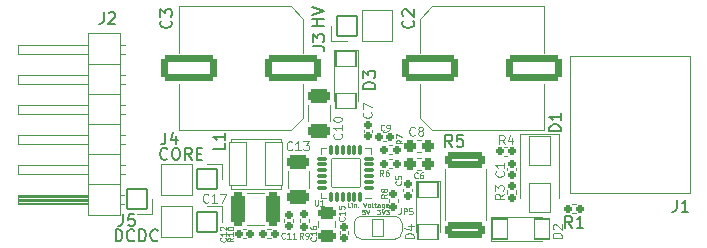
<source format=gto>
G04 #@! TF.GenerationSoftware,KiCad,Pcbnew,(5.99.0-12840-g99442350a4)*
G04 #@! TF.CreationDate,2021-11-05T14:17:08+01:00*
G04 #@! TF.ProjectId,stknx,73746b6e-782e-46b6-9963-61645f706362,rev?*
G04 #@! TF.SameCoordinates,Original*
G04 #@! TF.FileFunction,Legend,Top*
G04 #@! TF.FilePolarity,Positive*
%FSLAX46Y46*%
G04 Gerber Fmt 4.6, Leading zero omitted, Abs format (unit mm)*
G04 Created by KiCad (PCBNEW (5.99.0-12840-g99442350a4)) date 2021-11-05 14:17:08*
%MOMM*%
%LPD*%
G01*
G04 APERTURE LIST*
G04 Aperture macros list*
%AMRoundRect*
0 Rectangle with rounded corners*
0 $1 Rounding radius*
0 $2 $3 $4 $5 $6 $7 $8 $9 X,Y pos of 4 corners*
0 Add a 4 corners polygon primitive as box body*
4,1,4,$2,$3,$4,$5,$6,$7,$8,$9,$2,$3,0*
0 Add four circle primitives for the rounded corners*
1,1,$1+$1,$2,$3*
1,1,$1+$1,$4,$5*
1,1,$1+$1,$6,$7*
1,1,$1+$1,$8,$9*
0 Add four rect primitives between the rounded corners*
20,1,$1+$1,$2,$3,$4,$5,0*
20,1,$1+$1,$4,$5,$6,$7,0*
20,1,$1+$1,$6,$7,$8,$9,0*
20,1,$1+$1,$8,$9,$2,$3,0*%
%AMFreePoly0*
4,1,37,0.585355,0.785355,0.600000,0.750000,0.600000,-0.750000,0.585355,-0.785355,0.550000,-0.800000,0.000000,-0.800000,-0.012524,-0.794812,-0.080857,-0.793560,-0.094851,-0.791293,-0.230166,-0.749018,-0.242962,-0.742915,-0.360972,-0.664360,-0.371540,-0.654911,-0.462760,-0.546392,-0.470252,-0.534356,-0.527347,-0.404597,-0.531159,-0.390943,-0.548742,-0.256483,-0.547388,-0.256306,-0.550000,-0.250000,
-0.550000,0.250000,-0.549522,0.251153,-0.549368,0.263802,-0.527557,0.403879,-0.523412,0.417435,-0.463164,0.545760,-0.455381,0.557609,-0.361537,0.663867,-0.350741,0.673055,-0.230846,0.748703,-0.217905,0.754492,-0.081598,0.793449,-0.067552,0.795373,-0.011991,0.795033,0.000000,0.800000,0.550000,0.800000,0.585355,0.785355,0.585355,0.785355,$1*%
%AMFreePoly1*
4,1,37,0.012350,0.794884,0.074210,0.794507,0.088231,0.792412,0.224052,0.751793,0.236921,0.745846,0.355883,0.668739,0.366566,0.659420,0.459104,0.552023,0.466742,0.540080,0.525419,0.411028,0.529398,0.397421,0.549495,0.257088,0.550000,0.250000,0.550000,-0.250000,0.549996,-0.250610,0.549847,-0.262826,0.549158,-0.270511,0.525638,-0.410312,0.521328,-0.423818,0.459516,-0.551397,
0.451589,-0.563150,0.356454,-0.668254,0.345546,-0.677309,0.224736,-0.751486,0.211726,-0.757116,0.074953,-0.794405,0.060885,-0.796158,0.011462,-0.795252,0.000000,-0.800000,-0.550000,-0.800000,-0.585355,-0.785355,-0.600000,-0.750000,-0.600000,0.750000,-0.585355,0.785355,-0.550000,0.800000,0.000000,0.800000,0.012350,0.794884,0.012350,0.794884,$1*%
G04 Aperture macros list end*
%ADD10C,0.150000*%
%ADD11C,0.070000*%
%ADD12C,0.100000*%
%ADD13C,0.075000*%
%ADD14C,0.120000*%
%ADD15RoundRect,0.185000X0.185000X-0.135000X0.185000X0.135000X-0.185000X0.135000X-0.185000X-0.135000X0*%
%ADD16RoundRect,0.275000X0.225000X0.250000X-0.225000X0.250000X-0.225000X-0.250000X0.225000X-0.250000X0*%
%ADD17RoundRect,0.275000X-0.225000X-0.250000X0.225000X-0.250000X0.225000X0.250000X-0.225000X0.250000X0*%
%ADD18RoundRect,0.300001X2.049999X0.799999X-2.049999X0.799999X-2.049999X-0.799999X2.049999X-0.799999X0*%
%ADD19RoundRect,0.190000X-0.140000X-0.170000X0.140000X-0.170000X0.140000X0.170000X-0.140000X0.170000X0*%
%ADD20RoundRect,0.190000X-0.170000X0.140000X-0.170000X-0.140000X0.170000X-0.140000X0.170000X0.140000X0*%
%ADD21RoundRect,0.300000X-0.650000X0.325000X-0.650000X-0.325000X0.650000X-0.325000X0.650000X0.325000X0*%
%ADD22RoundRect,0.050000X0.750000X1.800000X-0.750000X1.800000X-0.750000X-1.800000X0.750000X-1.800000X0*%
%ADD23RoundRect,0.185000X0.135000X0.185000X-0.135000X0.185000X-0.135000X-0.185000X0.135000X-0.185000X0*%
%ADD24RoundRect,0.050000X-0.850000X0.850000X-0.850000X-0.850000X0.850000X-0.850000X0.850000X0.850000X0*%
%ADD25O,1.800000X1.800000*%
%ADD26RoundRect,0.112500X0.325000X0.062500X-0.325000X0.062500X-0.325000X-0.062500X0.325000X-0.062500X0*%
%ADD27RoundRect,0.112500X0.062500X0.325000X-0.062500X0.325000X-0.062500X-0.325000X0.062500X-0.325000X0*%
%ADD28RoundRect,0.050000X1.225000X1.225000X-1.225000X1.225000X-1.225000X-1.225000X1.225000X-1.225000X0*%
%ADD29RoundRect,0.300001X-2.049999X-0.799999X2.049999X-0.799999X2.049999X0.799999X-2.049999X0.799999X0*%
%ADD30RoundRect,0.050000X-0.850000X0.650000X-0.850000X-0.650000X0.850000X-0.650000X0.850000X0.650000X0*%
%ADD31RoundRect,0.185000X-0.185000X0.135000X-0.185000X-0.135000X0.185000X-0.135000X0.185000X0.135000X0*%
%ADD32RoundRect,0.185000X-0.135000X-0.185000X0.135000X-0.185000X0.135000X0.185000X-0.135000X0.185000X0*%
%ADD33FreePoly0,180.000000*%
%ADD34RoundRect,0.050000X0.500000X0.750000X-0.500000X0.750000X-0.500000X-0.750000X0.500000X-0.750000X0*%
%ADD35FreePoly1,180.000000*%
%ADD36RoundRect,0.050000X-0.650000X-0.850000X0.650000X-0.850000X0.650000X0.850000X-0.650000X0.850000X0*%
%ADD37RoundRect,0.190000X0.170000X-0.140000X0.170000X0.140000X-0.170000X0.140000X-0.170000X-0.140000X0*%
%ADD38RoundRect,0.300000X-0.475000X0.250000X-0.475000X-0.250000X0.475000X-0.250000X0.475000X0.250000X0*%
%ADD39RoundRect,0.050000X-0.900000X1.250000X-0.900000X-1.250000X0.900000X-1.250000X0.900000X1.250000X0*%
%ADD40RoundRect,0.050000X0.850000X0.850000X-0.850000X0.850000X-0.850000X-0.850000X0.850000X-0.850000X0*%
%ADD41C,2.100000*%
%ADD42RoundRect,0.300000X0.325000X1.100000X-0.325000X1.100000X-0.325000X-1.100000X0.325000X-1.100000X0*%
%ADD43RoundRect,0.190000X0.140000X0.170000X-0.140000X0.170000X-0.140000X-0.170000X0.140000X-0.170000X0*%
%ADD44RoundRect,0.300000X0.650000X-0.325000X0.650000X0.325000X-0.650000X0.325000X-0.650000X-0.325000X0*%
%ADD45RoundRect,0.050000X0.850000X-0.850000X0.850000X0.850000X-0.850000X0.850000X-0.850000X-0.850000X0*%
%ADD46RoundRect,0.300000X1.425000X-0.362500X1.425000X0.362500X-1.425000X0.362500X-1.425000X-0.362500X0*%
G04 APERTURE END LIST*
D10*
X161065333Y-109851142D02*
X161017714Y-109898761D01*
X160874857Y-109946380D01*
X160779619Y-109946380D01*
X160636761Y-109898761D01*
X160541523Y-109803523D01*
X160493904Y-109708285D01*
X160446285Y-109517809D01*
X160446285Y-109374952D01*
X160493904Y-109184476D01*
X160541523Y-109089238D01*
X160636761Y-108994000D01*
X160779619Y-108946380D01*
X160874857Y-108946380D01*
X161017714Y-108994000D01*
X161065333Y-109041619D01*
X161684380Y-108946380D02*
X161874857Y-108946380D01*
X161970095Y-108994000D01*
X162065333Y-109089238D01*
X162112952Y-109279714D01*
X162112952Y-109613047D01*
X162065333Y-109803523D01*
X161970095Y-109898761D01*
X161874857Y-109946380D01*
X161684380Y-109946380D01*
X161589142Y-109898761D01*
X161493904Y-109803523D01*
X161446285Y-109613047D01*
X161446285Y-109279714D01*
X161493904Y-109089238D01*
X161589142Y-108994000D01*
X161684380Y-108946380D01*
X163112952Y-109946380D02*
X162779619Y-109470190D01*
X162541523Y-109946380D02*
X162541523Y-108946380D01*
X162922476Y-108946380D01*
X163017714Y-108994000D01*
X163065333Y-109041619D01*
X163112952Y-109136857D01*
X163112952Y-109279714D01*
X163065333Y-109374952D01*
X163017714Y-109422571D01*
X162922476Y-109470190D01*
X162541523Y-109470190D01*
X163541523Y-109422571D02*
X163874857Y-109422571D01*
X164017714Y-109946380D02*
X163541523Y-109946380D01*
X163541523Y-108946380D01*
X164017714Y-108946380D01*
X174284380Y-98608285D02*
X173284380Y-98608285D01*
X173760571Y-98608285D02*
X173760571Y-98036857D01*
X174284380Y-98036857D02*
X173284380Y-98036857D01*
X173284380Y-97703523D02*
X174284380Y-97370190D01*
X173284380Y-97036857D01*
X156670095Y-116846380D02*
X156670095Y-115846380D01*
X156908190Y-115846380D01*
X157051047Y-115894000D01*
X157146285Y-115989238D01*
X157193904Y-116084476D01*
X157241523Y-116274952D01*
X157241523Y-116417809D01*
X157193904Y-116608285D01*
X157146285Y-116703523D01*
X157051047Y-116798761D01*
X156908190Y-116846380D01*
X156670095Y-116846380D01*
X158241523Y-116751142D02*
X158193904Y-116798761D01*
X158051047Y-116846380D01*
X157955809Y-116846380D01*
X157812952Y-116798761D01*
X157717714Y-116703523D01*
X157670095Y-116608285D01*
X157622476Y-116417809D01*
X157622476Y-116274952D01*
X157670095Y-116084476D01*
X157717714Y-115989238D01*
X157812952Y-115894000D01*
X157955809Y-115846380D01*
X158051047Y-115846380D01*
X158193904Y-115894000D01*
X158241523Y-115941619D01*
X158670095Y-116846380D02*
X158670095Y-115846380D01*
X158908190Y-115846380D01*
X159051047Y-115894000D01*
X159146285Y-115989238D01*
X159193904Y-116084476D01*
X159241523Y-116274952D01*
X159241523Y-116417809D01*
X159193904Y-116608285D01*
X159146285Y-116703523D01*
X159051047Y-116798761D01*
X158908190Y-116846380D01*
X158670095Y-116846380D01*
X160241523Y-116751142D02*
X160193904Y-116798761D01*
X160051047Y-116846380D01*
X159955809Y-116846380D01*
X159812952Y-116798761D01*
X159717714Y-116703523D01*
X159670095Y-116608285D01*
X159622476Y-116417809D01*
X159622476Y-116274952D01*
X159670095Y-116084476D01*
X159717714Y-115989238D01*
X159812952Y-115894000D01*
X159955809Y-115846380D01*
X160051047Y-115846380D01*
X160193904Y-115894000D01*
X160241523Y-115941619D01*
D11*
X176527238Y-113974952D02*
X176336761Y-113974952D01*
X176336761Y-113574952D01*
X176660571Y-113974952D02*
X176660571Y-113708285D01*
X176660571Y-113574952D02*
X176641523Y-113594000D01*
X176660571Y-113613047D01*
X176679619Y-113594000D01*
X176660571Y-113574952D01*
X176660571Y-113613047D01*
X176851047Y-113708285D02*
X176851047Y-113974952D01*
X176851047Y-113746380D02*
X176870095Y-113727333D01*
X176908190Y-113708285D01*
X176965333Y-113708285D01*
X177003428Y-113727333D01*
X177022476Y-113765428D01*
X177022476Y-113974952D01*
X177212952Y-113936857D02*
X177232000Y-113955904D01*
X177212952Y-113974952D01*
X177193904Y-113955904D01*
X177212952Y-113936857D01*
X177212952Y-113974952D01*
X177651047Y-113574952D02*
X177784380Y-113974952D01*
X177917714Y-113574952D01*
X178108190Y-113974952D02*
X178070095Y-113955904D01*
X178051047Y-113936857D01*
X178032000Y-113898761D01*
X178032000Y-113784476D01*
X178051047Y-113746380D01*
X178070095Y-113727333D01*
X178108190Y-113708285D01*
X178165333Y-113708285D01*
X178203428Y-113727333D01*
X178222476Y-113746380D01*
X178241523Y-113784476D01*
X178241523Y-113898761D01*
X178222476Y-113936857D01*
X178203428Y-113955904D01*
X178165333Y-113974952D01*
X178108190Y-113974952D01*
X178470095Y-113974952D02*
X178432000Y-113955904D01*
X178412952Y-113917809D01*
X178412952Y-113574952D01*
X178565333Y-113708285D02*
X178717714Y-113708285D01*
X178622476Y-113574952D02*
X178622476Y-113917809D01*
X178641523Y-113955904D01*
X178679619Y-113974952D01*
X178717714Y-113974952D01*
X179022476Y-113974952D02*
X179022476Y-113765428D01*
X179003428Y-113727333D01*
X178965333Y-113708285D01*
X178889142Y-113708285D01*
X178851047Y-113727333D01*
X179022476Y-113955904D02*
X178984380Y-113974952D01*
X178889142Y-113974952D01*
X178851047Y-113955904D01*
X178832000Y-113917809D01*
X178832000Y-113879714D01*
X178851047Y-113841619D01*
X178889142Y-113822571D01*
X178984380Y-113822571D01*
X179022476Y-113803523D01*
X179384380Y-113708285D02*
X179384380Y-114032095D01*
X179365333Y-114070190D01*
X179346285Y-114089238D01*
X179308190Y-114108285D01*
X179251047Y-114108285D01*
X179212952Y-114089238D01*
X179384380Y-113955904D02*
X179346285Y-113974952D01*
X179270095Y-113974952D01*
X179232000Y-113955904D01*
X179212952Y-113936857D01*
X179193904Y-113898761D01*
X179193904Y-113784476D01*
X179212952Y-113746380D01*
X179232000Y-113727333D01*
X179270095Y-113708285D01*
X179346285Y-113708285D01*
X179384380Y-113727333D01*
X179727238Y-113955904D02*
X179689142Y-113974952D01*
X179612952Y-113974952D01*
X179574857Y-113955904D01*
X179555809Y-113917809D01*
X179555809Y-113765428D01*
X179574857Y-113727333D01*
X179612952Y-113708285D01*
X179689142Y-113708285D01*
X179727238Y-113727333D01*
X179746285Y-113765428D01*
X179746285Y-113803523D01*
X179555809Y-113841619D01*
X177755809Y-114174952D02*
X177565333Y-114174952D01*
X177546285Y-114365428D01*
X177565333Y-114346380D01*
X177603428Y-114327333D01*
X177698666Y-114327333D01*
X177736761Y-114346380D01*
X177755809Y-114365428D01*
X177774857Y-114403523D01*
X177774857Y-114498761D01*
X177755809Y-114536857D01*
X177736761Y-114555904D01*
X177698666Y-114574952D01*
X177603428Y-114574952D01*
X177565333Y-114555904D01*
X177546285Y-114536857D01*
X177889142Y-114174952D02*
X178022476Y-114574952D01*
X178155809Y-114174952D01*
X178836761Y-114174952D02*
X179084380Y-114174952D01*
X178951047Y-114327333D01*
X179008190Y-114327333D01*
X179046285Y-114346380D01*
X179065333Y-114365428D01*
X179084380Y-114403523D01*
X179084380Y-114498761D01*
X179065333Y-114536857D01*
X179046285Y-114555904D01*
X179008190Y-114574952D01*
X178893904Y-114574952D01*
X178855809Y-114555904D01*
X178836761Y-114536857D01*
X179198666Y-114174952D02*
X179332000Y-114574952D01*
X179465333Y-114174952D01*
X179560571Y-114174952D02*
X179808190Y-114174952D01*
X179674857Y-114327333D01*
X179732000Y-114327333D01*
X179770095Y-114346380D01*
X179789142Y-114365428D01*
X179808190Y-114403523D01*
X179808190Y-114498761D01*
X179789142Y-114536857D01*
X179770095Y-114555904D01*
X179732000Y-114574952D01*
X179617714Y-114574952D01*
X179579619Y-114555904D01*
X179560571Y-114536857D01*
D12*
X189539285Y-112825000D02*
X189182142Y-113075000D01*
X189539285Y-113253571D02*
X188789285Y-113253571D01*
X188789285Y-112967857D01*
X188825000Y-112896428D01*
X188860714Y-112860714D01*
X188932142Y-112825000D01*
X189039285Y-112825000D01*
X189110714Y-112860714D01*
X189146428Y-112896428D01*
X189182142Y-112967857D01*
X189182142Y-113253571D01*
X188789285Y-112575000D02*
X188789285Y-112110714D01*
X189075000Y-112360714D01*
X189075000Y-112253571D01*
X189110714Y-112182142D01*
X189146428Y-112146428D01*
X189217857Y-112110714D01*
X189396428Y-112110714D01*
X189467857Y-112146428D01*
X189503571Y-112182142D01*
X189539285Y-112253571D01*
X189539285Y-112467857D01*
X189503571Y-112539285D01*
X189467857Y-112575000D01*
D13*
X182248666Y-111472571D02*
X182224857Y-111496380D01*
X182153428Y-111520190D01*
X182105809Y-111520190D01*
X182034380Y-111496380D01*
X181986761Y-111448761D01*
X181962952Y-111401142D01*
X181939142Y-111305904D01*
X181939142Y-111234476D01*
X181962952Y-111139238D01*
X181986761Y-111091619D01*
X182034380Y-111044000D01*
X182105809Y-111020190D01*
X182153428Y-111020190D01*
X182224857Y-111044000D01*
X182248666Y-111067809D01*
X182677238Y-111020190D02*
X182582000Y-111020190D01*
X182534380Y-111044000D01*
X182510571Y-111067809D01*
X182462952Y-111139238D01*
X182439142Y-111234476D01*
X182439142Y-111424952D01*
X182462952Y-111472571D01*
X182486761Y-111496380D01*
X182534380Y-111520190D01*
X182629619Y-111520190D01*
X182677238Y-111496380D01*
X182701047Y-111472571D01*
X182724857Y-111424952D01*
X182724857Y-111305904D01*
X182701047Y-111258285D01*
X182677238Y-111234476D01*
X182629619Y-111210666D01*
X182534380Y-111210666D01*
X182486761Y-111234476D01*
X182462952Y-111258285D01*
X182439142Y-111305904D01*
D12*
X182007000Y-107861857D02*
X181971285Y-107897571D01*
X181864142Y-107933285D01*
X181792714Y-107933285D01*
X181685571Y-107897571D01*
X181614142Y-107826142D01*
X181578428Y-107754714D01*
X181542714Y-107611857D01*
X181542714Y-107504714D01*
X181578428Y-107361857D01*
X181614142Y-107290428D01*
X181685571Y-107219000D01*
X181792714Y-107183285D01*
X181864142Y-107183285D01*
X181971285Y-107219000D01*
X182007000Y-107254714D01*
X182435571Y-107504714D02*
X182364142Y-107469000D01*
X182328428Y-107433285D01*
X182292714Y-107361857D01*
X182292714Y-107326142D01*
X182328428Y-107254714D01*
X182364142Y-107219000D01*
X182435571Y-107183285D01*
X182578428Y-107183285D01*
X182649857Y-107219000D01*
X182685571Y-107254714D01*
X182721285Y-107326142D01*
X182721285Y-107361857D01*
X182685571Y-107433285D01*
X182649857Y-107469000D01*
X182578428Y-107504714D01*
X182435571Y-107504714D01*
X182364142Y-107540428D01*
X182328428Y-107576142D01*
X182292714Y-107647571D01*
X182292714Y-107790428D01*
X182328428Y-107861857D01*
X182364142Y-107897571D01*
X182435571Y-107933285D01*
X182578428Y-107933285D01*
X182649857Y-107897571D01*
X182685571Y-107861857D01*
X182721285Y-107790428D01*
X182721285Y-107647571D01*
X182685571Y-107576142D01*
X182649857Y-107540428D01*
X182578428Y-107504714D01*
D10*
X161357142Y-98166666D02*
X161404761Y-98214285D01*
X161452380Y-98357142D01*
X161452380Y-98452380D01*
X161404761Y-98595238D01*
X161309523Y-98690476D01*
X161214285Y-98738095D01*
X161023809Y-98785714D01*
X160880952Y-98785714D01*
X160690476Y-98738095D01*
X160595238Y-98690476D01*
X160500000Y-98595238D01*
X160452380Y-98452380D01*
X160452380Y-98357142D01*
X160500000Y-98214285D01*
X160547619Y-98166666D01*
X160452380Y-97833333D02*
X160452380Y-97214285D01*
X160833333Y-97547619D01*
X160833333Y-97404761D01*
X160880952Y-97309523D01*
X160928571Y-97261904D01*
X161023809Y-97214285D01*
X161261904Y-97214285D01*
X161357142Y-97261904D01*
X161404761Y-97309523D01*
X161452380Y-97404761D01*
X161452380Y-97690476D01*
X161404761Y-97785714D01*
X161357142Y-97833333D01*
D13*
X165978571Y-116571428D02*
X166002380Y-116595238D01*
X166026190Y-116666666D01*
X166026190Y-116714285D01*
X166002380Y-116785714D01*
X165954761Y-116833333D01*
X165907142Y-116857142D01*
X165811904Y-116880952D01*
X165740476Y-116880952D01*
X165645238Y-116857142D01*
X165597619Y-116833333D01*
X165550000Y-116785714D01*
X165526190Y-116714285D01*
X165526190Y-116666666D01*
X165550000Y-116595238D01*
X165573809Y-116571428D01*
X166026190Y-116095238D02*
X166026190Y-116380952D01*
X166026190Y-116238095D02*
X165526190Y-116238095D01*
X165597619Y-116285714D01*
X165645238Y-116333333D01*
X165669047Y-116380952D01*
X165573809Y-115904761D02*
X165550000Y-115880952D01*
X165526190Y-115833333D01*
X165526190Y-115714285D01*
X165550000Y-115666666D01*
X165573809Y-115642857D01*
X165621428Y-115619047D01*
X165669047Y-115619047D01*
X165740476Y-115642857D01*
X166026190Y-115928571D01*
X166026190Y-115619047D01*
X171010571Y-116572571D02*
X170986761Y-116596380D01*
X170915333Y-116620190D01*
X170867714Y-116620190D01*
X170796285Y-116596380D01*
X170748666Y-116548761D01*
X170724857Y-116501142D01*
X170701047Y-116405904D01*
X170701047Y-116334476D01*
X170724857Y-116239238D01*
X170748666Y-116191619D01*
X170796285Y-116144000D01*
X170867714Y-116120190D01*
X170915333Y-116120190D01*
X170986761Y-116144000D01*
X171010571Y-116167809D01*
X171486761Y-116620190D02*
X171201047Y-116620190D01*
X171343904Y-116620190D02*
X171343904Y-116120190D01*
X171296285Y-116191619D01*
X171248666Y-116239238D01*
X171201047Y-116263047D01*
X171962952Y-116620190D02*
X171677238Y-116620190D01*
X171820095Y-116620190D02*
X171820095Y-116120190D01*
X171772476Y-116191619D01*
X171724857Y-116239238D01*
X171677238Y-116263047D01*
D12*
X175767857Y-107732142D02*
X175803571Y-107767857D01*
X175839285Y-107875000D01*
X175839285Y-107946428D01*
X175803571Y-108053571D01*
X175732142Y-108125000D01*
X175660714Y-108160714D01*
X175517857Y-108196428D01*
X175410714Y-108196428D01*
X175267857Y-108160714D01*
X175196428Y-108125000D01*
X175125000Y-108053571D01*
X175089285Y-107946428D01*
X175089285Y-107875000D01*
X175125000Y-107767857D01*
X175160714Y-107732142D01*
X175839285Y-107017857D02*
X175839285Y-107446428D01*
X175839285Y-107232142D02*
X175089285Y-107232142D01*
X175196428Y-107303571D01*
X175267857Y-107375000D01*
X175303571Y-107446428D01*
X175089285Y-106553571D02*
X175089285Y-106482142D01*
X175125000Y-106410714D01*
X175160714Y-106375000D01*
X175232142Y-106339285D01*
X175375000Y-106303571D01*
X175553571Y-106303571D01*
X175696428Y-106339285D01*
X175767857Y-106375000D01*
X175803571Y-106410714D01*
X175839285Y-106482142D01*
X175839285Y-106553571D01*
X175803571Y-106625000D01*
X175767857Y-106660714D01*
X175696428Y-106696428D01*
X175553571Y-106732142D01*
X175375000Y-106732142D01*
X175232142Y-106696428D01*
X175160714Y-106660714D01*
X175125000Y-106625000D01*
X175089285Y-106553571D01*
D10*
X165952380Y-108560666D02*
X165952380Y-109036857D01*
X164952380Y-109036857D01*
X165952380Y-107703523D02*
X165952380Y-108274952D01*
X165952380Y-107989238D02*
X164952380Y-107989238D01*
X165095238Y-108084476D01*
X165190476Y-108179714D01*
X165238095Y-108274952D01*
D13*
X166626190Y-116571428D02*
X166388095Y-116738095D01*
X166626190Y-116857142D02*
X166126190Y-116857142D01*
X166126190Y-116666666D01*
X166150000Y-116619047D01*
X166173809Y-116595238D01*
X166221428Y-116571428D01*
X166292857Y-116571428D01*
X166340476Y-116595238D01*
X166364285Y-116619047D01*
X166388095Y-116666666D01*
X166388095Y-116857142D01*
X166626190Y-116095238D02*
X166626190Y-116380952D01*
X166626190Y-116238095D02*
X166126190Y-116238095D01*
X166197619Y-116285714D01*
X166245238Y-116333333D01*
X166269047Y-116380952D01*
X166126190Y-115785714D02*
X166126190Y-115738095D01*
X166150000Y-115690476D01*
X166173809Y-115666666D01*
X166221428Y-115642857D01*
X166316666Y-115619047D01*
X166435714Y-115619047D01*
X166530952Y-115642857D01*
X166578571Y-115666666D01*
X166602380Y-115690476D01*
X166626190Y-115738095D01*
X166626190Y-115785714D01*
X166602380Y-115833333D01*
X166578571Y-115857142D01*
X166530952Y-115880952D01*
X166435714Y-115904761D01*
X166316666Y-115904761D01*
X166221428Y-115880952D01*
X166173809Y-115857142D01*
X166150000Y-115833333D01*
X166126190Y-115785714D01*
D10*
X160898666Y-107646380D02*
X160898666Y-108360666D01*
X160851047Y-108503523D01*
X160755809Y-108598761D01*
X160612952Y-108646380D01*
X160517714Y-108646380D01*
X161803428Y-107979714D02*
X161803428Y-108646380D01*
X161565333Y-107598761D02*
X161327238Y-108313047D01*
X161946285Y-108313047D01*
D13*
X176010571Y-114815428D02*
X176034380Y-114839238D01*
X176058190Y-114910666D01*
X176058190Y-114958285D01*
X176034380Y-115029714D01*
X175986761Y-115077333D01*
X175939142Y-115101142D01*
X175843904Y-115124952D01*
X175772476Y-115124952D01*
X175677238Y-115101142D01*
X175629619Y-115077333D01*
X175582000Y-115029714D01*
X175558190Y-114958285D01*
X175558190Y-114910666D01*
X175582000Y-114839238D01*
X175605809Y-114815428D01*
X176058190Y-114339238D02*
X176058190Y-114624952D01*
X176058190Y-114482095D02*
X175558190Y-114482095D01*
X175629619Y-114529714D01*
X175677238Y-114577333D01*
X175701047Y-114624952D01*
X175558190Y-113886857D02*
X175558190Y-114124952D01*
X175796285Y-114148761D01*
X175772476Y-114124952D01*
X175748666Y-114077333D01*
X175748666Y-113958285D01*
X175772476Y-113910666D01*
X175796285Y-113886857D01*
X175843904Y-113863047D01*
X175962952Y-113863047D01*
X176010571Y-113886857D01*
X176034380Y-113910666D01*
X176058190Y-113958285D01*
X176058190Y-114077333D01*
X176034380Y-114124952D01*
X176010571Y-114148761D01*
X173519047Y-113326190D02*
X173519047Y-113730952D01*
X173542857Y-113778571D01*
X173566666Y-113802380D01*
X173614285Y-113826190D01*
X173709523Y-113826190D01*
X173757142Y-113802380D01*
X173780952Y-113778571D01*
X173804761Y-113730952D01*
X173804761Y-113326190D01*
X174304761Y-113826190D02*
X174019047Y-113826190D01*
X174161904Y-113826190D02*
X174161904Y-113326190D01*
X174114285Y-113397619D01*
X174066666Y-113445238D01*
X174019047Y-113469047D01*
D10*
X181857142Y-98166666D02*
X181904761Y-98214285D01*
X181952380Y-98357142D01*
X181952380Y-98452380D01*
X181904761Y-98595238D01*
X181809523Y-98690476D01*
X181714285Y-98738095D01*
X181523809Y-98785714D01*
X181380952Y-98785714D01*
X181190476Y-98738095D01*
X181095238Y-98690476D01*
X181000000Y-98595238D01*
X180952380Y-98452380D01*
X180952380Y-98357142D01*
X181000000Y-98214285D01*
X181047619Y-98166666D01*
X181047619Y-97785714D02*
X181000000Y-97738095D01*
X180952380Y-97642857D01*
X180952380Y-97404761D01*
X181000000Y-97309523D01*
X181047619Y-97261904D01*
X181142857Y-97214285D01*
X181238095Y-97214285D01*
X181380952Y-97261904D01*
X181952380Y-97833333D01*
X181952380Y-97214285D01*
X178652380Y-103938095D02*
X177652380Y-103938095D01*
X177652380Y-103700000D01*
X177700000Y-103557142D01*
X177795238Y-103461904D01*
X177890476Y-103414285D01*
X178080952Y-103366666D01*
X178223809Y-103366666D01*
X178414285Y-103414285D01*
X178509523Y-103461904D01*
X178604761Y-103557142D01*
X178652380Y-103700000D01*
X178652380Y-103938095D01*
X177652380Y-103033333D02*
X177652380Y-102414285D01*
X178033333Y-102747619D01*
X178033333Y-102604761D01*
X178080952Y-102509523D01*
X178128571Y-102461904D01*
X178223809Y-102414285D01*
X178461904Y-102414285D01*
X178557142Y-102461904D01*
X178604761Y-102509523D01*
X178652380Y-102604761D01*
X178652380Y-102890476D01*
X178604761Y-102985714D01*
X178557142Y-103033333D01*
D13*
X172548666Y-116620190D02*
X172382000Y-116382095D01*
X172262952Y-116620190D02*
X172262952Y-116120190D01*
X172453428Y-116120190D01*
X172501047Y-116144000D01*
X172524857Y-116167809D01*
X172548666Y-116215428D01*
X172548666Y-116286857D01*
X172524857Y-116334476D01*
X172501047Y-116358285D01*
X172453428Y-116382095D01*
X172262952Y-116382095D01*
X172786761Y-116620190D02*
X172882000Y-116620190D01*
X172929619Y-116596380D01*
X172953428Y-116572571D01*
X173001047Y-116501142D01*
X173024857Y-116405904D01*
X173024857Y-116215428D01*
X173001047Y-116167809D01*
X172977238Y-116144000D01*
X172929619Y-116120190D01*
X172834380Y-116120190D01*
X172786761Y-116144000D01*
X172762952Y-116167809D01*
X172739142Y-116215428D01*
X172739142Y-116334476D01*
X172762952Y-116382095D01*
X172786761Y-116405904D01*
X172834380Y-116429714D01*
X172929619Y-116429714D01*
X172977238Y-116405904D01*
X173001047Y-116382095D01*
X173024857Y-116334476D01*
D12*
X189607000Y-108633285D02*
X189357000Y-108276142D01*
X189178428Y-108633285D02*
X189178428Y-107883285D01*
X189464142Y-107883285D01*
X189535571Y-107919000D01*
X189571285Y-107954714D01*
X189607000Y-108026142D01*
X189607000Y-108133285D01*
X189571285Y-108204714D01*
X189535571Y-108240428D01*
X189464142Y-108276142D01*
X189178428Y-108276142D01*
X190249857Y-108133285D02*
X190249857Y-108633285D01*
X190071285Y-107847571D02*
X189892714Y-108383285D01*
X190357000Y-108383285D01*
D13*
X180815333Y-114070190D02*
X180815333Y-114427333D01*
X180791523Y-114498761D01*
X180743904Y-114546380D01*
X180672476Y-114570190D01*
X180624857Y-114570190D01*
X181053428Y-114570190D02*
X181053428Y-114070190D01*
X181243904Y-114070190D01*
X181291523Y-114094000D01*
X181315333Y-114117809D01*
X181339142Y-114165428D01*
X181339142Y-114236857D01*
X181315333Y-114284476D01*
X181291523Y-114308285D01*
X181243904Y-114332095D01*
X181053428Y-114332095D01*
X181791523Y-114070190D02*
X181553428Y-114070190D01*
X181529619Y-114308285D01*
X181553428Y-114284476D01*
X181601047Y-114260666D01*
X181720095Y-114260666D01*
X181767714Y-114284476D01*
X181791523Y-114308285D01*
X181815333Y-114355904D01*
X181815333Y-114474952D01*
X181791523Y-114522571D01*
X181767714Y-114546380D01*
X181720095Y-114570190D01*
X181601047Y-114570190D01*
X181553428Y-114546380D01*
X181529619Y-114522571D01*
X179658190Y-112877333D02*
X179420095Y-113044000D01*
X179658190Y-113163047D02*
X179158190Y-113163047D01*
X179158190Y-112972571D01*
X179182000Y-112924952D01*
X179205809Y-112901142D01*
X179253428Y-112877333D01*
X179324857Y-112877333D01*
X179372476Y-112901142D01*
X179396285Y-112924952D01*
X179420095Y-112972571D01*
X179420095Y-113163047D01*
X179372476Y-112591619D02*
X179348666Y-112639238D01*
X179324857Y-112663047D01*
X179277238Y-112686857D01*
X179253428Y-112686857D01*
X179205809Y-112663047D01*
X179182000Y-112639238D01*
X179158190Y-112591619D01*
X179158190Y-112496380D01*
X179182000Y-112448761D01*
X179205809Y-112424952D01*
X179253428Y-112401142D01*
X179277238Y-112401142D01*
X179324857Y-112424952D01*
X179348666Y-112448761D01*
X179372476Y-112496380D01*
X179372476Y-112591619D01*
X179396285Y-112639238D01*
X179420095Y-112663047D01*
X179467714Y-112686857D01*
X179562952Y-112686857D01*
X179610571Y-112663047D01*
X179634380Y-112639238D01*
X179658190Y-112591619D01*
X179658190Y-112496380D01*
X179634380Y-112448761D01*
X179610571Y-112424952D01*
X179562952Y-112401142D01*
X179467714Y-112401142D01*
X179420095Y-112424952D01*
X179396285Y-112448761D01*
X179372476Y-112496380D01*
X179348666Y-111320190D02*
X179182000Y-111082095D01*
X179062952Y-111320190D02*
X179062952Y-110820190D01*
X179253428Y-110820190D01*
X179301047Y-110844000D01*
X179324857Y-110867809D01*
X179348666Y-110915428D01*
X179348666Y-110986857D01*
X179324857Y-111034476D01*
X179301047Y-111058285D01*
X179253428Y-111082095D01*
X179062952Y-111082095D01*
X179777238Y-110820190D02*
X179682000Y-110820190D01*
X179634380Y-110844000D01*
X179610571Y-110867809D01*
X179562952Y-110939238D01*
X179539142Y-111034476D01*
X179539142Y-111224952D01*
X179562952Y-111272571D01*
X179586761Y-111296380D01*
X179634380Y-111320190D01*
X179729619Y-111320190D01*
X179777238Y-111296380D01*
X179801047Y-111272571D01*
X179824857Y-111224952D01*
X179824857Y-111105904D01*
X179801047Y-111058285D01*
X179777238Y-111034476D01*
X179729619Y-111010666D01*
X179634380Y-111010666D01*
X179586761Y-111034476D01*
X179562952Y-111058285D01*
X179539142Y-111105904D01*
D12*
X194439285Y-116547571D02*
X193689285Y-116547571D01*
X193689285Y-116369000D01*
X193725000Y-116261857D01*
X193796428Y-116190428D01*
X193867857Y-116154714D01*
X194010714Y-116119000D01*
X194117857Y-116119000D01*
X194260714Y-116154714D01*
X194332142Y-116190428D01*
X194403571Y-116261857D01*
X194439285Y-116369000D01*
X194439285Y-116547571D01*
X193760714Y-115833285D02*
X193725000Y-115797571D01*
X193689285Y-115726142D01*
X193689285Y-115547571D01*
X193725000Y-115476142D01*
X193760714Y-115440428D01*
X193832142Y-115404714D01*
X193903571Y-115404714D01*
X194010714Y-115440428D01*
X194439285Y-115869000D01*
X194439285Y-115404714D01*
X178299857Y-105919000D02*
X178335571Y-105954714D01*
X178371285Y-106061857D01*
X178371285Y-106133285D01*
X178335571Y-106240428D01*
X178264142Y-106311857D01*
X178192714Y-106347571D01*
X178049857Y-106383285D01*
X177942714Y-106383285D01*
X177799857Y-106347571D01*
X177728428Y-106311857D01*
X177657000Y-106240428D01*
X177621285Y-106133285D01*
X177621285Y-106061857D01*
X177657000Y-105954714D01*
X177692714Y-105919000D01*
X177621285Y-105669000D02*
X177621285Y-105169000D01*
X178371285Y-105490428D01*
D13*
X180810571Y-111777333D02*
X180834380Y-111801142D01*
X180858190Y-111872571D01*
X180858190Y-111920190D01*
X180834380Y-111991619D01*
X180786761Y-112039238D01*
X180739142Y-112063047D01*
X180643904Y-112086857D01*
X180572476Y-112086857D01*
X180477238Y-112063047D01*
X180429619Y-112039238D01*
X180382000Y-111991619D01*
X180358190Y-111920190D01*
X180358190Y-111872571D01*
X180382000Y-111801142D01*
X180405809Y-111777333D01*
X180358190Y-111324952D02*
X180358190Y-111563047D01*
X180596285Y-111586857D01*
X180572476Y-111563047D01*
X180548666Y-111515428D01*
X180548666Y-111396380D01*
X180572476Y-111348761D01*
X180596285Y-111324952D01*
X180643904Y-111301142D01*
X180762952Y-111301142D01*
X180810571Y-111324952D01*
X180834380Y-111348761D01*
X180858190Y-111396380D01*
X180858190Y-111515428D01*
X180834380Y-111563047D01*
X180810571Y-111586857D01*
X173610571Y-116515428D02*
X173634380Y-116539238D01*
X173658190Y-116610666D01*
X173658190Y-116658285D01*
X173634380Y-116729714D01*
X173586761Y-116777333D01*
X173539142Y-116801142D01*
X173443904Y-116824952D01*
X173372476Y-116824952D01*
X173277238Y-116801142D01*
X173229619Y-116777333D01*
X173182000Y-116729714D01*
X173158190Y-116658285D01*
X173158190Y-116610666D01*
X173182000Y-116539238D01*
X173205809Y-116515428D01*
X173658190Y-116039238D02*
X173658190Y-116324952D01*
X173658190Y-116182095D02*
X173158190Y-116182095D01*
X173229619Y-116229714D01*
X173277238Y-116277333D01*
X173301047Y-116324952D01*
X173158190Y-115610666D02*
X173158190Y-115705904D01*
X173182000Y-115753523D01*
X173205809Y-115777333D01*
X173277238Y-115824952D01*
X173372476Y-115848761D01*
X173562952Y-115848761D01*
X173610571Y-115824952D01*
X173634380Y-115801142D01*
X173658190Y-115753523D01*
X173658190Y-115658285D01*
X173634380Y-115610666D01*
X173610571Y-115586857D01*
X173562952Y-115563047D01*
X173443904Y-115563047D01*
X173396285Y-115586857D01*
X173372476Y-115610666D01*
X173348666Y-115658285D01*
X173348666Y-115753523D01*
X173372476Y-115801142D01*
X173396285Y-115824952D01*
X173443904Y-115848761D01*
D10*
X194384380Y-107532095D02*
X193384380Y-107532095D01*
X193384380Y-107294000D01*
X193432000Y-107151142D01*
X193527238Y-107055904D01*
X193622476Y-107008285D01*
X193812952Y-106960666D01*
X193955809Y-106960666D01*
X194146285Y-107008285D01*
X194241523Y-107055904D01*
X194336761Y-107151142D01*
X194384380Y-107294000D01*
X194384380Y-107532095D01*
X194384380Y-106008285D02*
X194384380Y-106579714D01*
X194384380Y-106294000D02*
X193384380Y-106294000D01*
X193527238Y-106389238D01*
X193622476Y-106484476D01*
X193670095Y-106579714D01*
D12*
X181921285Y-116597571D02*
X181171285Y-116597571D01*
X181171285Y-116419000D01*
X181207000Y-116311857D01*
X181278428Y-116240428D01*
X181349857Y-116204714D01*
X181492714Y-116169000D01*
X181599857Y-116169000D01*
X181742714Y-116204714D01*
X181814142Y-116240428D01*
X181885571Y-116311857D01*
X181921285Y-116419000D01*
X181921285Y-116597571D01*
X181421285Y-115526142D02*
X181921285Y-115526142D01*
X181135571Y-115704714D02*
X181671285Y-115883285D01*
X181671285Y-115419000D01*
D10*
X155666666Y-97452380D02*
X155666666Y-98166666D01*
X155619047Y-98309523D01*
X155523809Y-98404761D01*
X155380952Y-98452380D01*
X155285714Y-98452380D01*
X156095238Y-97547619D02*
X156142857Y-97500000D01*
X156238095Y-97452380D01*
X156476190Y-97452380D01*
X156571428Y-97500000D01*
X156619047Y-97547619D01*
X156666666Y-97642857D01*
X156666666Y-97738095D01*
X156619047Y-97880952D01*
X156047619Y-98452380D01*
X156666666Y-98452380D01*
D12*
X189499857Y-110919000D02*
X189535571Y-110954714D01*
X189571285Y-111061857D01*
X189571285Y-111133285D01*
X189535571Y-111240428D01*
X189464142Y-111311857D01*
X189392714Y-111347571D01*
X189249857Y-111383285D01*
X189142714Y-111383285D01*
X188999857Y-111347571D01*
X188928428Y-111311857D01*
X188857000Y-111240428D01*
X188821285Y-111133285D01*
X188821285Y-111061857D01*
X188857000Y-110954714D01*
X188892714Y-110919000D01*
X189571285Y-110204714D02*
X189571285Y-110633285D01*
X189571285Y-110419000D02*
X188821285Y-110419000D01*
X188928428Y-110490428D01*
X188999857Y-110561857D01*
X189035571Y-110633285D01*
D10*
X204166666Y-113352380D02*
X204166666Y-114066666D01*
X204119047Y-114209523D01*
X204023809Y-114304761D01*
X203880952Y-114352380D01*
X203785714Y-114352380D01*
X205166666Y-114352380D02*
X204595238Y-114352380D01*
X204880952Y-114352380D02*
X204880952Y-113352380D01*
X204785714Y-113495238D01*
X204690476Y-113590476D01*
X204595238Y-113638095D01*
D13*
X180958190Y-108277333D02*
X180720095Y-108444000D01*
X180958190Y-108563047D02*
X180458190Y-108563047D01*
X180458190Y-108372571D01*
X180482000Y-108324952D01*
X180505809Y-108301142D01*
X180553428Y-108277333D01*
X180624857Y-108277333D01*
X180672476Y-108301142D01*
X180696285Y-108324952D01*
X180720095Y-108372571D01*
X180720095Y-108563047D01*
X180458190Y-108110666D02*
X180458190Y-107777333D01*
X180958190Y-107991619D01*
D12*
X164517857Y-113517857D02*
X164482142Y-113553571D01*
X164375000Y-113589285D01*
X164303571Y-113589285D01*
X164196428Y-113553571D01*
X164125000Y-113482142D01*
X164089285Y-113410714D01*
X164053571Y-113267857D01*
X164053571Y-113160714D01*
X164089285Y-113017857D01*
X164125000Y-112946428D01*
X164196428Y-112875000D01*
X164303571Y-112839285D01*
X164375000Y-112839285D01*
X164482142Y-112875000D01*
X164517857Y-112910714D01*
X165232142Y-113589285D02*
X164803571Y-113589285D01*
X165017857Y-113589285D02*
X165017857Y-112839285D01*
X164946428Y-112946428D01*
X164875000Y-113017857D01*
X164803571Y-113053571D01*
X165482142Y-112839285D02*
X165982142Y-112839285D01*
X165660714Y-113589285D01*
D13*
X179416666Y-107428571D02*
X179392857Y-107452380D01*
X179321428Y-107476190D01*
X179273809Y-107476190D01*
X179202380Y-107452380D01*
X179154761Y-107404761D01*
X179130952Y-107357142D01*
X179107142Y-107261904D01*
X179107142Y-107190476D01*
X179130952Y-107095238D01*
X179154761Y-107047619D01*
X179202380Y-107000000D01*
X179273809Y-106976190D01*
X179321428Y-106976190D01*
X179392857Y-107000000D01*
X179416666Y-107023809D01*
X179654761Y-107476190D02*
X179750000Y-107476190D01*
X179797619Y-107452380D01*
X179821428Y-107428571D01*
X179869047Y-107357142D01*
X179892857Y-107261904D01*
X179892857Y-107071428D01*
X179869047Y-107023809D01*
X179845238Y-107000000D01*
X179797619Y-106976190D01*
X179702380Y-106976190D01*
X179654761Y-107000000D01*
X179630952Y-107023809D01*
X179607142Y-107071428D01*
X179607142Y-107190476D01*
X179630952Y-107238095D01*
X179654761Y-107261904D01*
X179702380Y-107285714D01*
X179797619Y-107285714D01*
X179845238Y-107261904D01*
X179869047Y-107238095D01*
X179892857Y-107190476D01*
D12*
X171617857Y-109067857D02*
X171582142Y-109103571D01*
X171475000Y-109139285D01*
X171403571Y-109139285D01*
X171296428Y-109103571D01*
X171225000Y-109032142D01*
X171189285Y-108960714D01*
X171153571Y-108817857D01*
X171153571Y-108710714D01*
X171189285Y-108567857D01*
X171225000Y-108496428D01*
X171296428Y-108425000D01*
X171403571Y-108389285D01*
X171475000Y-108389285D01*
X171582142Y-108425000D01*
X171617857Y-108460714D01*
X172332142Y-109139285D02*
X171903571Y-109139285D01*
X172117857Y-109139285D02*
X172117857Y-108389285D01*
X172046428Y-108496428D01*
X171975000Y-108567857D01*
X171903571Y-108603571D01*
X172582142Y-108389285D02*
X173046428Y-108389285D01*
X172796428Y-108675000D01*
X172903571Y-108675000D01*
X172975000Y-108710714D01*
X173010714Y-108746428D01*
X173046428Y-108817857D01*
X173046428Y-108996428D01*
X173010714Y-109067857D01*
X172975000Y-109103571D01*
X172903571Y-109139285D01*
X172689285Y-109139285D01*
X172617857Y-109103571D01*
X172582142Y-109067857D01*
D10*
X173347380Y-100327333D02*
X174061666Y-100327333D01*
X174204523Y-100374952D01*
X174299761Y-100470190D01*
X174347380Y-100613047D01*
X174347380Y-100708285D01*
X173347380Y-99946380D02*
X173347380Y-99327333D01*
X173728333Y-99660666D01*
X173728333Y-99517809D01*
X173775952Y-99422571D01*
X173823571Y-99374952D01*
X173918809Y-99327333D01*
X174156904Y-99327333D01*
X174252142Y-99374952D01*
X174299761Y-99422571D01*
X174347380Y-99517809D01*
X174347380Y-99803523D01*
X174299761Y-99898761D01*
X174252142Y-99946380D01*
X185165333Y-108846380D02*
X184832000Y-108370190D01*
X184593904Y-108846380D02*
X184593904Y-107846380D01*
X184974857Y-107846380D01*
X185070095Y-107894000D01*
X185117714Y-107941619D01*
X185165333Y-108036857D01*
X185165333Y-108179714D01*
X185117714Y-108274952D01*
X185070095Y-108322571D01*
X184974857Y-108370190D01*
X184593904Y-108370190D01*
X186070095Y-107846380D02*
X185593904Y-107846380D01*
X185546285Y-108322571D01*
X185593904Y-108274952D01*
X185689142Y-108227333D01*
X185927238Y-108227333D01*
X186022476Y-108274952D01*
X186070095Y-108322571D01*
X186117714Y-108417809D01*
X186117714Y-108655904D01*
X186070095Y-108751142D01*
X186022476Y-108798761D01*
X185927238Y-108846380D01*
X185689142Y-108846380D01*
X185593904Y-108798761D01*
X185546285Y-108751142D01*
X195333333Y-115722380D02*
X195000000Y-115246190D01*
X194761904Y-115722380D02*
X194761904Y-114722380D01*
X195142857Y-114722380D01*
X195238095Y-114770000D01*
X195285714Y-114817619D01*
X195333333Y-114912857D01*
X195333333Y-115055714D01*
X195285714Y-115150952D01*
X195238095Y-115198571D01*
X195142857Y-115246190D01*
X194761904Y-115246190D01*
X196285714Y-115722380D02*
X195714285Y-115722380D01*
X196000000Y-115722380D02*
X196000000Y-114722380D01*
X195904761Y-114865238D01*
X195809523Y-114960476D01*
X195714285Y-115008095D01*
X157298666Y-114546380D02*
X157298666Y-115260666D01*
X157251047Y-115403523D01*
X157155809Y-115498761D01*
X157012952Y-115546380D01*
X156917714Y-115546380D01*
X158251047Y-114546380D02*
X157774857Y-114546380D01*
X157727238Y-115022571D01*
X157774857Y-114974952D01*
X157870095Y-114927333D01*
X158108190Y-114927333D01*
X158203428Y-114974952D01*
X158251047Y-115022571D01*
X158298666Y-115117809D01*
X158298666Y-115355904D01*
X158251047Y-115451142D01*
X158203428Y-115498761D01*
X158108190Y-115546380D01*
X157870095Y-115546380D01*
X157774857Y-115498761D01*
X157727238Y-115451142D01*
D14*
X189820000Y-112853641D02*
X189820000Y-112546359D01*
X190580000Y-112853641D02*
X190580000Y-112546359D01*
X182490580Y-109790000D02*
X182209420Y-109790000D01*
X182490580Y-110810000D02*
X182209420Y-110810000D01*
X182209420Y-109310000D02*
X182490580Y-109310000D01*
X182209420Y-108290000D02*
X182490580Y-108290000D01*
X162040000Y-107460000D02*
X162040000Y-103510000D01*
X172560000Y-98004437D02*
X172560000Y-100890000D01*
X172560000Y-98004437D02*
X171495563Y-96940000D01*
X162040000Y-96940000D02*
X162040000Y-100890000D01*
X172560000Y-106395563D02*
X172560000Y-103510000D01*
X171495563Y-96940000D02*
X162040000Y-96940000D01*
X172560000Y-106395563D02*
X171495563Y-107460000D01*
X171495563Y-107460000D02*
X162040000Y-107460000D01*
X167492164Y-115840000D02*
X167707836Y-115840000D01*
X167492164Y-116560000D02*
X167707836Y-116560000D01*
X171692000Y-114986164D02*
X171692000Y-115201836D01*
X170972000Y-114986164D02*
X170972000Y-115201836D01*
X172990000Y-105288748D02*
X172990000Y-106711252D01*
X174810000Y-105288748D02*
X174810000Y-106711252D01*
X166450000Y-112400000D02*
X166450000Y-112200000D01*
X166450000Y-108209875D02*
X166450000Y-108390125D01*
X170650000Y-112400000D02*
X166450000Y-112400000D01*
X170650000Y-108209875D02*
X166450000Y-108209875D01*
X170650000Y-108390125D02*
X170650000Y-108209875D01*
X170650000Y-112200000D02*
X170650000Y-112400000D01*
X169803641Y-116580000D02*
X169496359Y-116580000D01*
X169803641Y-115820000D02*
X169496359Y-115820000D01*
X160505000Y-110270000D02*
X160505000Y-112930000D01*
X163105000Y-110270000D02*
X160505000Y-110270000D01*
X163105000Y-110270000D02*
X163105000Y-112930000D01*
X165705000Y-110270000D02*
X165705000Y-111600000D01*
X163105000Y-112930000D02*
X160505000Y-112930000D01*
X164375000Y-110270000D02*
X165705000Y-110270000D01*
X175672000Y-115986164D02*
X175672000Y-116201836D01*
X176392000Y-115986164D02*
X176392000Y-116201836D01*
X174040000Y-108990000D02*
X174040000Y-109465000D01*
X174515000Y-108990000D02*
X174040000Y-108990000D01*
X174515000Y-113210000D02*
X174040000Y-113210000D01*
X174040000Y-113210000D02*
X174040000Y-112735000D01*
X177785000Y-108990000D02*
X178260000Y-108990000D01*
X178260000Y-108990000D02*
X178260000Y-109465000D01*
X177785000Y-113210000D02*
X178260000Y-113210000D01*
X192960000Y-96940000D02*
X192960000Y-100890000D01*
X183504437Y-107460000D02*
X192960000Y-107460000D01*
X183504437Y-96940000D02*
X192960000Y-96940000D01*
X182440000Y-106395563D02*
X182440000Y-103510000D01*
X182440000Y-106395563D02*
X183504437Y-107460000D01*
X182440000Y-98004437D02*
X182440000Y-100890000D01*
X182440000Y-98004437D02*
X183504437Y-96940000D01*
X192960000Y-107460000D02*
X192960000Y-103510000D01*
X177200000Y-104950000D02*
X177200000Y-100650000D01*
X177200000Y-100650000D02*
X175200000Y-100650000D01*
X175200000Y-100650000D02*
X175200000Y-104950000D01*
X173012000Y-114940359D02*
X173012000Y-115247641D01*
X172252000Y-114940359D02*
X172252000Y-115247641D01*
X189546359Y-108870000D02*
X189853641Y-108870000D01*
X189546359Y-109630000D02*
X189853641Y-109630000D01*
X180300000Y-116700000D02*
X177500000Y-116700000D01*
X177500000Y-114700000D02*
X180300000Y-114700000D01*
X180950000Y-115400000D02*
X180950000Y-116000000D01*
X176850000Y-116000000D02*
X176850000Y-115400000D01*
X180250000Y-116700000D02*
G75*
G03*
X180950000Y-116000000I0J700000D01*
G01*
X176850000Y-116000000D02*
G75*
G03*
X177550000Y-116700000I700000J0D01*
G01*
X177550000Y-114700000D02*
G75*
G03*
X176850000Y-115400000I0J-700000D01*
G01*
X180950000Y-115400000D02*
G75*
G03*
X180250000Y-114700000I-700000J0D01*
G01*
X180580000Y-113246359D02*
X180580000Y-113553641D01*
X179820000Y-113246359D02*
X179820000Y-113553641D01*
X180103641Y-109920000D02*
X179796359Y-109920000D01*
X180103641Y-110680000D02*
X179796359Y-110680000D01*
X188450000Y-116800000D02*
X192750000Y-116800000D01*
X188450000Y-114800000D02*
X188450000Y-116800000D01*
X192750000Y-114800000D02*
X188450000Y-114800000D01*
X177690000Y-107607836D02*
X177690000Y-107392164D01*
X178410000Y-107607836D02*
X178410000Y-107392164D01*
X181760000Y-112607836D02*
X181760000Y-112392164D01*
X181040000Y-112607836D02*
X181040000Y-112392164D01*
X173797000Y-115157748D02*
X173797000Y-115680252D01*
X175267000Y-115157748D02*
X175267000Y-115680252D01*
X190950000Y-107800000D02*
X190950000Y-113200000D01*
X194250000Y-107800000D02*
X190950000Y-107800000D01*
X194250000Y-107800000D02*
X194250000Y-113200000D01*
X184100000Y-116050000D02*
X184100000Y-111750000D01*
X182100000Y-111750000D02*
X182100000Y-116050000D01*
X184100000Y-111750000D02*
X182100000Y-111750000D01*
X157432071Y-105284000D02*
X157035000Y-105284000D01*
X154375000Y-113004000D02*
X148375000Y-113004000D01*
X157432071Y-111124000D02*
X157035000Y-111124000D01*
X148375000Y-113664000D02*
X148375000Y-112904000D01*
X157432071Y-103504000D02*
X157035000Y-103504000D01*
X154375000Y-111124000D02*
X148375000Y-111124000D01*
X157432071Y-110364000D02*
X157035000Y-110364000D01*
X159745000Y-114554000D02*
X158475000Y-114554000D01*
X154375000Y-113604000D02*
X148375000Y-113604000D01*
X154375000Y-114614000D02*
X157035000Y-114614000D01*
X154375000Y-113244000D02*
X148375000Y-113244000D01*
X157432071Y-107824000D02*
X157035000Y-107824000D01*
X157035000Y-101854000D02*
X154375000Y-101854000D01*
X154375000Y-113664000D02*
X148375000Y-113664000D01*
X148375000Y-111124000D02*
X148375000Y-110364000D01*
X148375000Y-105284000D02*
X154375000Y-105284000D01*
X157432071Y-100204000D02*
X157035000Y-100204000D01*
X154375000Y-113484000D02*
X148375000Y-113484000D01*
X154375000Y-106044000D02*
X148375000Y-106044000D01*
X148375000Y-100204000D02*
X154375000Y-100204000D01*
X154375000Y-113124000D02*
X148375000Y-113124000D01*
X154375000Y-113364000D02*
X148375000Y-113364000D01*
X157035000Y-106934000D02*
X154375000Y-106934000D01*
X157365000Y-112904000D02*
X157035000Y-112904000D01*
X148375000Y-107824000D02*
X154375000Y-107824000D01*
X154375000Y-103504000D02*
X148375000Y-103504000D01*
X148375000Y-108584000D02*
X148375000Y-107824000D01*
X154375000Y-108584000D02*
X148375000Y-108584000D01*
X148375000Y-102744000D02*
X154375000Y-102744000D01*
X148375000Y-100964000D02*
X148375000Y-100204000D01*
X157035000Y-114614000D02*
X157035000Y-99254000D01*
X148375000Y-110364000D02*
X154375000Y-110364000D01*
X157035000Y-104394000D02*
X154375000Y-104394000D01*
X154375000Y-100964000D02*
X148375000Y-100964000D01*
X148375000Y-112904000D02*
X154375000Y-112904000D01*
X157035000Y-109474000D02*
X154375000Y-109474000D01*
X148375000Y-103504000D02*
X148375000Y-102744000D01*
X157432071Y-108584000D02*
X157035000Y-108584000D01*
X154375000Y-99254000D02*
X154375000Y-114614000D01*
X157432071Y-100964000D02*
X157035000Y-100964000D01*
X148375000Y-106044000D02*
X148375000Y-105284000D01*
X157035000Y-99254000D02*
X154375000Y-99254000D01*
X157035000Y-112014000D02*
X154375000Y-112014000D01*
X157432071Y-102744000D02*
X157035000Y-102744000D01*
X157432071Y-106044000D02*
X157035000Y-106044000D01*
X159745000Y-113284000D02*
X159745000Y-114554000D01*
X157365000Y-113664000D02*
X157035000Y-113664000D01*
X189840000Y-110857836D02*
X189840000Y-110642164D01*
X190560000Y-110857836D02*
X190560000Y-110642164D01*
X205310000Y-112760000D02*
X195190000Y-112760000D01*
X205310000Y-112760000D02*
X205310000Y-101140000D01*
X195190000Y-101140000D02*
X195190000Y-112760000D01*
X205310000Y-101140000D02*
X195190000Y-101140000D01*
X179796359Y-108720000D02*
X180103641Y-108720000D01*
X179796359Y-109480000D02*
X180103641Y-109480000D01*
X169261252Y-112740000D02*
X167838748Y-112740000D01*
X169261252Y-115460000D02*
X167838748Y-115460000D01*
X179557836Y-107640000D02*
X179342164Y-107640000D01*
X179557836Y-108360000D02*
X179342164Y-108360000D01*
X173060000Y-112311252D02*
X173060000Y-110888748D01*
X171240000Y-112311252D02*
X171240000Y-110888748D01*
X177495000Y-97270000D02*
X180095000Y-97270000D01*
X174895000Y-99930000D02*
X174895000Y-98600000D01*
X180095000Y-99930000D02*
X180095000Y-97270000D01*
X177495000Y-99930000D02*
X180095000Y-99930000D01*
X177495000Y-99930000D02*
X177495000Y-97270000D01*
X176225000Y-99930000D02*
X174895000Y-99930000D01*
X184590000Y-115077064D02*
X184590000Y-110722936D01*
X188010000Y-115077064D02*
X188010000Y-110722936D01*
X195653641Y-113720000D02*
X195346359Y-113720000D01*
X195653641Y-114480000D02*
X195346359Y-114480000D01*
X163105000Y-116530000D02*
X160505000Y-116530000D01*
X163105000Y-113870000D02*
X163105000Y-116530000D01*
X163105000Y-113870000D02*
X160505000Y-113870000D01*
X160505000Y-113870000D02*
X160505000Y-116530000D01*
X165705000Y-113870000D02*
X165705000Y-115200000D01*
X164375000Y-113870000D02*
X165705000Y-113870000D01*
%LPC*%
D15*
X190200000Y-113210000D03*
X190200000Y-112190000D03*
D16*
X183125000Y-110300000D03*
X181575000Y-110300000D03*
D17*
X181575000Y-108800000D03*
X183125000Y-108800000D03*
D18*
X171700000Y-102200000D03*
X162900000Y-102200000D03*
D19*
X167120000Y-116200000D03*
X168080000Y-116200000D03*
D20*
X171332000Y-114614000D03*
X171332000Y-115574000D03*
D21*
X173900000Y-104525000D03*
X173900000Y-107475000D03*
D22*
X170075000Y-110300000D03*
X167025000Y-110300000D03*
D23*
X170160000Y-116200000D03*
X169140000Y-116200000D03*
D24*
X164375000Y-111600000D03*
D25*
X161835000Y-111600000D03*
D20*
X176032000Y-115614000D03*
X176032000Y-116574000D03*
D26*
X178137500Y-112350000D03*
X178137500Y-111850000D03*
X178137500Y-111350000D03*
X178137500Y-110850000D03*
X178137500Y-110350000D03*
X178137500Y-109850000D03*
D27*
X177400000Y-109112500D03*
X176900000Y-109112500D03*
X176400000Y-109112500D03*
X175900000Y-109112500D03*
X175400000Y-109112500D03*
X174900000Y-109112500D03*
D26*
X174162500Y-109850000D03*
X174162500Y-110350000D03*
X174162500Y-110850000D03*
X174162500Y-111350000D03*
X174162500Y-111850000D03*
X174162500Y-112350000D03*
D27*
X174900000Y-113087500D03*
X175400000Y-113087500D03*
X175900000Y-113087500D03*
X176400000Y-113087500D03*
X176900000Y-113087500D03*
X177400000Y-113087500D03*
D28*
X176150000Y-111100000D03*
D29*
X183300000Y-102200000D03*
X192100000Y-102200000D03*
D30*
X176200000Y-101450000D03*
X176200000Y-104950000D03*
D31*
X172632000Y-114584000D03*
X172632000Y-115604000D03*
D32*
X189190000Y-109250000D03*
X190210000Y-109250000D03*
D33*
X180200000Y-115700000D03*
D34*
X178900000Y-115700000D03*
D35*
X177600000Y-115700000D03*
D31*
X180200000Y-112890000D03*
X180200000Y-113910000D03*
D23*
X180460000Y-110300000D03*
X179440000Y-110300000D03*
D36*
X189250000Y-115800000D03*
X192750000Y-115800000D03*
D37*
X178050000Y-107980000D03*
X178050000Y-107020000D03*
X181400000Y-112980000D03*
X181400000Y-112020000D03*
D38*
X174532000Y-114469000D03*
X174532000Y-116369000D03*
D39*
X192600000Y-109200000D03*
X192600000Y-113200000D03*
D30*
X183100000Y-112550000D03*
X183100000Y-116050000D03*
D40*
X158475000Y-113284000D03*
D25*
X158475000Y-110744000D03*
X158475000Y-108204000D03*
X158475000Y-105664000D03*
X158475000Y-103124000D03*
X158475000Y-100584000D03*
D37*
X190200000Y-111230000D03*
X190200000Y-110270000D03*
D41*
X198650000Y-110150000D03*
X198650000Y-104400000D03*
D32*
X179440000Y-109100000D03*
X180460000Y-109100000D03*
D42*
X170025000Y-114100000D03*
X167075000Y-114100000D03*
D43*
X179930000Y-108000000D03*
X178970000Y-108000000D03*
D44*
X172150000Y-113075000D03*
X172150000Y-110125000D03*
D45*
X176225000Y-98600000D03*
D25*
X178765000Y-98600000D03*
D46*
X186300000Y-115862500D03*
X186300000Y-109937500D03*
D23*
X196010000Y-114100000D03*
X194990000Y-114100000D03*
D24*
X164375000Y-115200000D03*
D25*
X161835000Y-115200000D03*
M02*

</source>
